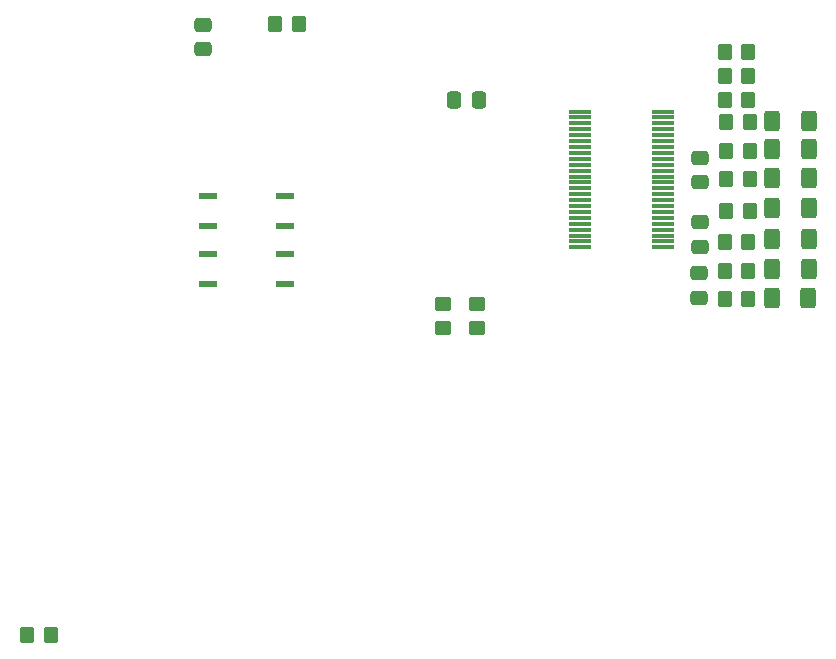
<source format=gbr>
%TF.GenerationSoftware,KiCad,Pcbnew,7.0.9*%
%TF.CreationDate,2024-01-03T22:08:46+05:30*%
%TF.ProjectId,BMS LTC6804-2,424d5320-4c54-4433-9638-30342d322e6b,rev?*%
%TF.SameCoordinates,Original*%
%TF.FileFunction,Paste,Bot*%
%TF.FilePolarity,Positive*%
%FSLAX46Y46*%
G04 Gerber Fmt 4.6, Leading zero omitted, Abs format (unit mm)*
G04 Created by KiCad (PCBNEW 7.0.9) date 2024-01-03 22:08:46*
%MOMM*%
%LPD*%
G01*
G04 APERTURE LIST*
G04 Aperture macros list*
%AMRoundRect*
0 Rectangle with rounded corners*
0 $1 Rounding radius*
0 $2 $3 $4 $5 $6 $7 $8 $9 X,Y pos of 4 corners*
0 Add a 4 corners polygon primitive as box body*
4,1,4,$2,$3,$4,$5,$6,$7,$8,$9,$2,$3,0*
0 Add four circle primitives for the rounded corners*
1,1,$1+$1,$2,$3*
1,1,$1+$1,$4,$5*
1,1,$1+$1,$6,$7*
1,1,$1+$1,$8,$9*
0 Add four rect primitives between the rounded corners*
20,1,$1+$1,$2,$3,$4,$5,0*
20,1,$1+$1,$4,$5,$6,$7,0*
20,1,$1+$1,$6,$7,$8,$9,0*
20,1,$1+$1,$8,$9,$2,$3,0*%
G04 Aperture macros list end*
%ADD10RoundRect,0.137500X0.662500X0.137500X-0.662500X0.137500X-0.662500X-0.137500X0.662500X-0.137500X0*%
%ADD11RoundRect,0.075000X0.875000X0.075000X-0.875000X0.075000X-0.875000X-0.075000X0.875000X-0.075000X0*%
%ADD12RoundRect,0.250000X0.350000X0.450000X-0.350000X0.450000X-0.350000X-0.450000X0.350000X-0.450000X0*%
%ADD13RoundRect,0.250000X-0.400000X-0.625000X0.400000X-0.625000X0.400000X0.625000X-0.400000X0.625000X0*%
%ADD14RoundRect,0.250000X-0.350000X-0.450000X0.350000X-0.450000X0.350000X0.450000X-0.350000X0.450000X0*%
%ADD15RoundRect,0.250000X0.475000X-0.337500X0.475000X0.337500X-0.475000X0.337500X-0.475000X-0.337500X0*%
%ADD16RoundRect,0.250000X-0.450000X0.350000X-0.450000X-0.350000X0.450000X-0.350000X0.450000X0.350000X0*%
%ADD17RoundRect,0.250000X-0.475000X0.337500X-0.475000X-0.337500X0.475000X-0.337500X0.475000X0.337500X0*%
%ADD18RoundRect,0.250000X0.337500X0.475000X-0.337500X0.475000X-0.337500X-0.475000X0.337500X-0.475000X0*%
G04 APERTURE END LIST*
D10*
%TO.C,U3*%
X50671800Y-58877200D03*
X50671800Y-61417200D03*
X44171800Y-61417200D03*
X44171800Y-58877200D03*
%TD*%
D11*
%TO.C,U9*%
X82677000Y-51690000D03*
X82677000Y-52190000D03*
X82677000Y-52690000D03*
X82677000Y-53190000D03*
X82677000Y-53690000D03*
X82677000Y-54190000D03*
X82677000Y-54690000D03*
X82677000Y-55190000D03*
X82677000Y-55690000D03*
X82677000Y-56190000D03*
X82677000Y-56690000D03*
X82677000Y-57190000D03*
X82677000Y-57690000D03*
X82677000Y-58190000D03*
X82677000Y-58690000D03*
X82677000Y-59190000D03*
X82677000Y-59690000D03*
X82677000Y-60190000D03*
X82677000Y-60690000D03*
X82677000Y-61190000D03*
X82677000Y-61690000D03*
X82677000Y-62190000D03*
X82677000Y-62690000D03*
X82677000Y-63190000D03*
X75677000Y-63190000D03*
X75677000Y-62690000D03*
X75677000Y-62190000D03*
X75677000Y-61690000D03*
X75677000Y-61190000D03*
X75677000Y-60690000D03*
X75677000Y-60190000D03*
X75677000Y-59690000D03*
X75677000Y-59190000D03*
X75677000Y-58690000D03*
X75677000Y-58190000D03*
X75677000Y-57690000D03*
X75677000Y-57190000D03*
X75677000Y-56690000D03*
X75677000Y-56190000D03*
X75677000Y-55690000D03*
X75677000Y-55190000D03*
X75677000Y-54690000D03*
X75677000Y-54190000D03*
X75677000Y-53690000D03*
X75677000Y-53190000D03*
X75677000Y-52690000D03*
X75677000Y-52190000D03*
X75677000Y-51690000D03*
%TD*%
D12*
%TO.C,R12*%
X89900000Y-67564000D03*
X87900000Y-67564000D03*
%TD*%
%TO.C,R16*%
X90027000Y-57404000D03*
X88027000Y-57404000D03*
%TD*%
%TO.C,R17*%
X90027000Y-54991000D03*
X88027000Y-54991000D03*
%TD*%
D13*
%TO.C,F2*%
X91922000Y-54864000D03*
X95022000Y-54864000D03*
%TD*%
D14*
%TO.C,R9*%
X49850800Y-44272200D03*
X51850800Y-44272200D03*
%TD*%
D12*
%TO.C,R13*%
X89900000Y-65151000D03*
X87900000Y-65151000D03*
%TD*%
D15*
%TO.C,C7*%
X43764200Y-46401900D03*
X43764200Y-44326900D03*
%TD*%
D16*
%TO.C,R33*%
X66979800Y-67986400D03*
X66979800Y-69986400D03*
%TD*%
D12*
%TO.C,R27*%
X89900000Y-50673000D03*
X87900000Y-50673000D03*
%TD*%
%TO.C,R29*%
X89900000Y-48641000D03*
X87900000Y-48641000D03*
%TD*%
D17*
%TO.C,C18*%
X85852000Y-61065500D03*
X85852000Y-63140500D03*
%TD*%
D13*
%TO.C,F4*%
X91922000Y-59817000D03*
X95022000Y-59817000D03*
%TD*%
D12*
%TO.C,R14*%
X89900000Y-62738000D03*
X87900000Y-62738000D03*
%TD*%
%TO.C,R2*%
X30845000Y-96012000D03*
X28845000Y-96012000D03*
%TD*%
D13*
%TO.C,F1*%
X91922000Y-52451000D03*
X95022000Y-52451000D03*
%TD*%
D17*
%TO.C,C20*%
X85725000Y-65383500D03*
X85725000Y-67458500D03*
%TD*%
D12*
%TO.C,R15*%
X90027000Y-60071000D03*
X88027000Y-60071000D03*
%TD*%
D17*
%TO.C,C16*%
X85852000Y-55604500D03*
X85852000Y-57679500D03*
%TD*%
D10*
%TO.C,U5*%
X50646400Y-63754000D03*
X50646400Y-66294000D03*
X44146400Y-66294000D03*
X44146400Y-63754000D03*
%TD*%
D13*
%TO.C,F7*%
X91896000Y-67437000D03*
X94996000Y-67437000D03*
%TD*%
D12*
%TO.C,R26*%
X89900000Y-46609000D03*
X87900000Y-46609000D03*
%TD*%
D13*
%TO.C,F3*%
X91922000Y-57277000D03*
X95022000Y-57277000D03*
%TD*%
%TO.C,F5*%
X91922000Y-62484000D03*
X95022000Y-62484000D03*
%TD*%
%TO.C,F6*%
X91922000Y-65024000D03*
X95022000Y-65024000D03*
%TD*%
D16*
%TO.C,R32*%
X64029800Y-67986400D03*
X64029800Y-69986400D03*
%TD*%
D12*
%TO.C,R18*%
X90027000Y-52578000D03*
X88027000Y-52578000D03*
%TD*%
D18*
%TO.C,C12*%
X67077500Y-50749200D03*
X65002500Y-50749200D03*
%TD*%
M02*

</source>
